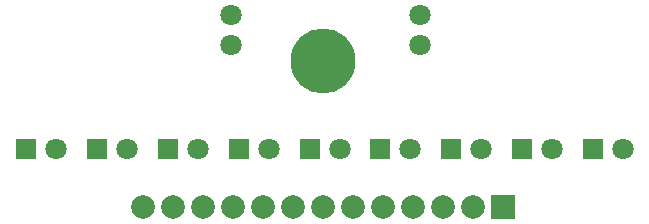
<source format=gts>
%TF.GenerationSoftware,KiCad,Pcbnew,8.0.1*%
%TF.CreationDate,2024-06-22T15:25:24+02:00*%
%TF.ProjectId,BMW E30 VFL SI Indicator V2,424d5720-4533-4302-9056-464c20534920,rev?*%
%TF.SameCoordinates,Original*%
%TF.FileFunction,Soldermask,Top*%
%TF.FilePolarity,Negative*%
%FSLAX46Y46*%
G04 Gerber Fmt 4.6, Leading zero omitted, Abs format (unit mm)*
G04 Created by KiCad (PCBNEW 8.0.1) date 2024-06-22 15:25:24*
%MOMM*%
%LPD*%
G01*
G04 APERTURE LIST*
%ADD10R,1.800000X1.800000*%
%ADD11C,1.800000*%
%ADD12C,5.500000*%
%ADD13R,2.000000X2.000000*%
%ADD14C,2.000000*%
G04 APERTURE END LIST*
D10*
%TO.C,D5*%
X149125000Y-85500000D03*
D11*
X151665000Y-85500000D03*
%TD*%
D10*
%TO.C,D9*%
X125125000Y-85500000D03*
D11*
X127665000Y-85500000D03*
%TD*%
D10*
%TO.C,D1*%
X173125000Y-85500000D03*
D11*
X175665000Y-85500000D03*
%TD*%
D10*
%TO.C,D4*%
X155125000Y-85500000D03*
D11*
X157665000Y-85500000D03*
%TD*%
D10*
%TO.C,D6*%
X143125000Y-85500000D03*
D11*
X145665000Y-85500000D03*
%TD*%
D10*
%TO.C,D7*%
X137125000Y-85500000D03*
D11*
X139665000Y-85500000D03*
%TD*%
D10*
%TO.C,D8*%
X131125000Y-85500000D03*
D11*
X133665000Y-85500000D03*
%TD*%
%TO.C,LA2*%
X158500000Y-76700000D03*
X158500000Y-74160000D03*
%TD*%
%TO.C,LA1*%
X142500000Y-74160000D03*
X142500000Y-76700000D03*
%TD*%
D10*
%TO.C,D3*%
X161125000Y-85500000D03*
D11*
X163665000Y-85500000D03*
%TD*%
D12*
%TO.C,H1*%
X150300000Y-78000000D03*
%TD*%
D13*
%TO.C,J1*%
X165540000Y-90360000D03*
D14*
X163000000Y-90360000D03*
X160460000Y-90360000D03*
X157920000Y-90360000D03*
X155380000Y-90360000D03*
X152840000Y-90360000D03*
X150300000Y-90360000D03*
X147760000Y-90360000D03*
X145220000Y-90360000D03*
X142680000Y-90360000D03*
X140140000Y-90360000D03*
X137600000Y-90360000D03*
X135060000Y-90360000D03*
%TD*%
D10*
%TO.C,D2*%
X167125000Y-85500000D03*
D11*
X169665000Y-85500000D03*
%TD*%
M02*

</source>
